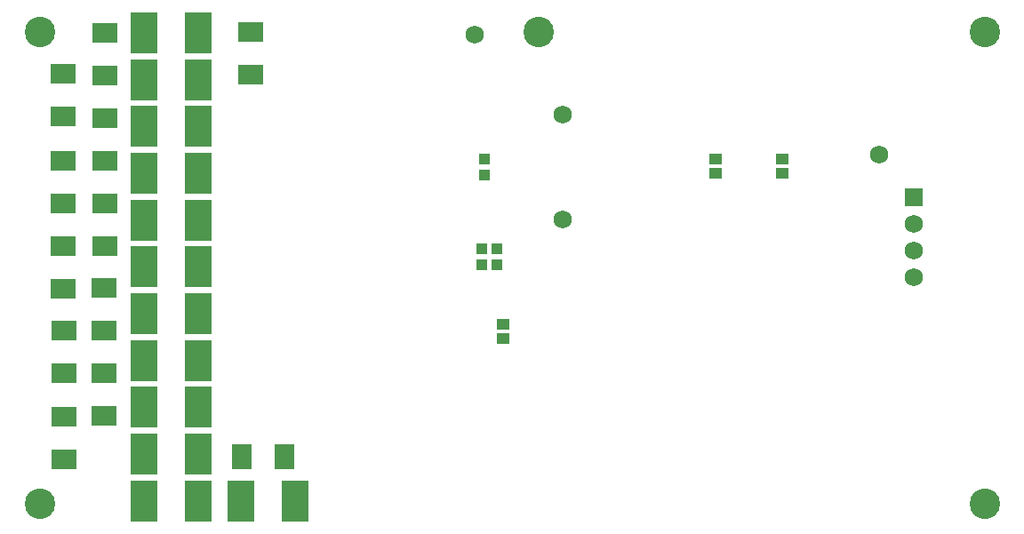
<source format=gbs>
G04 Layer_Color=16711935*
%FSLAX25Y25*%
%MOIN*%
G70*
G01*
G75*
%ADD67R,0.04537X0.04143*%
%ADD69R,0.04147X0.04147*%
%ADD88C,0.06800*%
%ADD89C,0.11430*%
%ADD90R,0.06800X0.06800*%
%ADD92R,0.07800X0.09300*%
%ADD93R,0.09300X0.07800*%
%ADD94R,0.10446X0.15367*%
D67*
X263422Y139258D02*
D03*
Y133942D02*
D03*
X288422Y139258D02*
D03*
Y133942D02*
D03*
X183622Y71943D02*
D03*
Y77258D02*
D03*
D69*
X176700Y133249D02*
D03*
Y139351D02*
D03*
X181185Y105651D02*
D03*
Y99549D02*
D03*
X175622D02*
D03*
Y105651D02*
D03*
D88*
X205906Y116535D02*
D03*
Y155905D02*
D03*
X324803Y140945D02*
D03*
X172835Y185827D02*
D03*
X337685Y95000D02*
D03*
Y105000D02*
D03*
Y115000D02*
D03*
D89*
X196850Y187008D02*
D03*
X364173D02*
D03*
Y9843D02*
D03*
X9843Y187008D02*
D03*
Y9843D02*
D03*
D90*
X337685Y125000D02*
D03*
D92*
X85500Y27500D02*
D03*
X101500D02*
D03*
D93*
X34449Y186500D02*
D03*
Y170500D02*
D03*
Y154600D02*
D03*
Y138600D02*
D03*
X34000Y42900D02*
D03*
Y58900D02*
D03*
Y74800D02*
D03*
Y90800D02*
D03*
X34449Y122700D02*
D03*
Y106700D02*
D03*
X19000Y26431D02*
D03*
Y42431D02*
D03*
X18500Y138500D02*
D03*
Y122500D02*
D03*
X19000Y58900D02*
D03*
Y74900D02*
D03*
X18500Y171069D02*
D03*
Y155069D02*
D03*
Y90500D02*
D03*
Y106500D02*
D03*
X89000Y187008D02*
D03*
Y171008D02*
D03*
D94*
X85335Y11000D02*
D03*
X105610D02*
D03*
X48949Y98750D02*
D03*
X69224D02*
D03*
X48949Y116300D02*
D03*
X69224D02*
D03*
X48949Y133850D02*
D03*
X69224D02*
D03*
X48949Y151400D02*
D03*
X69224D02*
D03*
X48949Y168950D02*
D03*
X69224D02*
D03*
X48949Y186500D02*
D03*
X69224D02*
D03*
X48949Y11000D02*
D03*
X69224D02*
D03*
X48949Y28550D02*
D03*
X69224D02*
D03*
X48949Y46100D02*
D03*
X69224D02*
D03*
X48949Y63650D02*
D03*
X69224D02*
D03*
X48949Y81200D02*
D03*
X69224D02*
D03*
M02*

</source>
